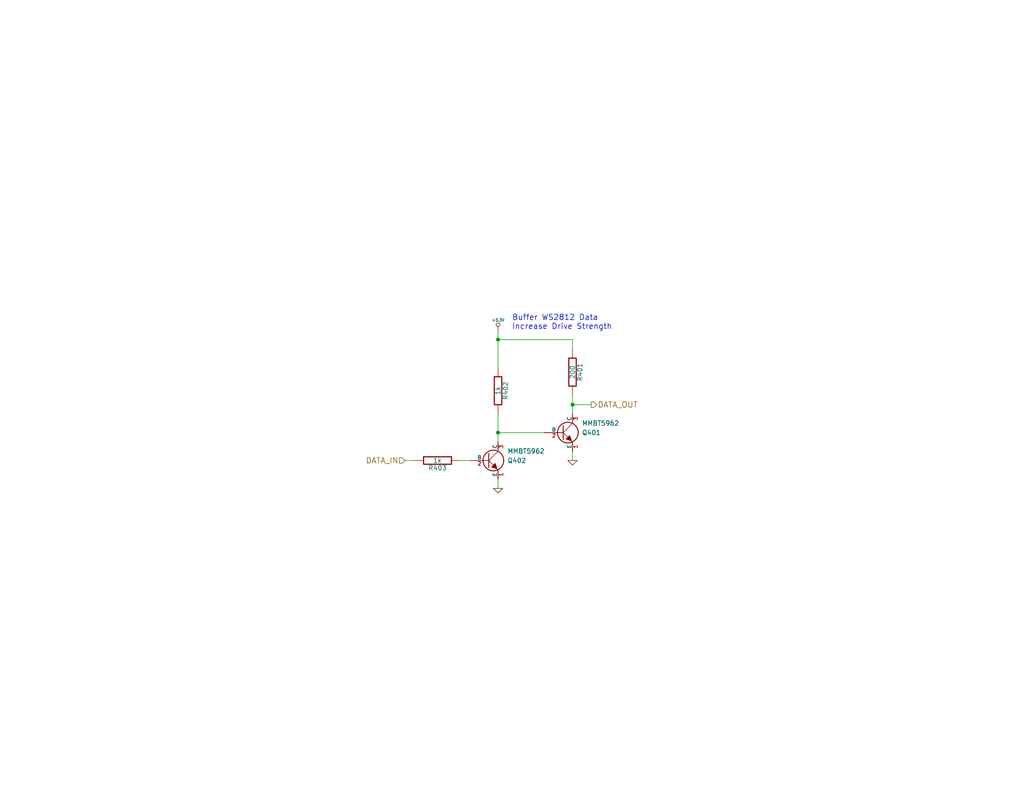
<source format=kicad_sch>
(kicad_sch (version 20211123) (generator eeschema)
  (paper "USLetter")
  (title_block (title "WS2812 Buffered Output"))
  (lib_symbols
    (symbol "robot_controller-rescue:+3.3V" (power) (pin_names (offset 0))
      (property "Value" "+3.3V" (at 0 2.794 0))
      (symbol "+3.3V_0_0"
        (pin power_in line (at 0 0 90) (length 0) hide (name "+3.3V") (number "1"))
      )
      (symbol "+3.3V_0_1"
        (polyline (pts (xy 0 0) (xy 0 1.016) (xy 0 1.016)))
        (circle (center 0 1.524) (radius 0.508))
      )
    )
    (symbol "robot_controller-rescue:GND" (power) (pin_names (offset 0))
      (symbol "GND_0_1"
        (polyline (pts (xy -1.27 0) (xy 0 -1.27) (xy 1.27 0) (xy -1.27 0)))
      )
      (symbol "GND_1_1"
        (pin power_in line (at 0 0 90) (length 0) hide (name "GND") (number "1"))
      )
    )
    (symbol "robot_controller-rescue:NPN" (pin_names (offset 0))
      (property "Reference" "Q" (at 0 -3.81 0))
      (property "Value" "NPN" (at 0 3.81 0))
      (symbol "NPN_0_1"
        (polyline (pts (xy 0 0) (xy 2.54 2.54)))
        (polyline (pts (xy 0 1.905) (xy 0 -1.905) (xy 0 -1.905)) (stroke (width 0.254)))
        (polyline (pts (xy 1.27 -1.27) (xy 0 0) (xy 0 0)))
        (polyline (pts (xy 2.286 -2.286) (xy 2.54 -2.54) (xy 2.54 -2.54)))
        (polyline (pts (xy 2.286 -2.286) (xy 1.778 -0.762) (xy 0.762 -1.778) (xy 2.286 -2.286) (xy 2.286 -2.286)) (fill (type outline)))
        (circle (center 1.27 0) (radius 2.8194) (stroke (width 0.254)))
      )
      (symbol "NPN_1_1"
        (pin passive line (at 2.54 -5.08 90) (length 2.54) (name "E") (number "1"))
        (pin input line (at -5.08 0 0) (length 5.08) (name "B") (number "2"))
        (pin passive line (at 2.54 5.08 270) (length 2.54) (name "C") (number "3"))
      )
    )
    (symbol "robot_controller-rescue:R" (pin_numbers hide) (pin_names (offset 0))
      (property "Reference" "R" (at 2.032 0 90))
      (property "Value" "R" (at 0.1778 0.0254 90))
      (symbol "R_0_1"
        (rectangle (start -1.016 3.81) (end 1.016 -3.81) (stroke (width 0.3048)))
      )
      (symbol "R_1_1"
        (pin passive line (at 0 6.35 270) (length 2.54) (name "~") (number "1"))
        (pin passive line (at 0 -6.35 90) (length 2.54) (name "~") (number "2"))
      )
    )
  )
  (junction (at 135.89 118.11))
  (junction (at 156.21 110.49))
  (junction (at 135.89 92.71))
  (wire (pts (xy 125.73 125.73) (xy 128.27 125.73)))
  (wire (pts (xy 156.21 123.19) (xy 156.21 125.73)))
  (wire (pts (xy 135.89 113.03) (xy 135.89 118.11)))
  (wire (pts (xy 156.21 110.49) (xy 161.29 110.49)))
  (wire (pts (xy 156.21 95.25) (xy 156.21 92.71)))
  (wire (pts (xy 156.21 92.71) (xy 135.89 92.71)))
  (wire (pts (xy 135.89 130.81) (xy 135.89 133.35)))
  (wire (pts (xy 110.49 125.73) (xy 113.03 125.73)))
  (wire (pts (xy 135.89 90.17) (xy 135.89 92.71)))
  (wire (pts (xy 156.21 110.49) (xy 156.21 113.03)))
  (wire (pts (xy 148.59 118.11) (xy 135.89 118.11)))
  (wire (pts (xy 135.89 118.11) (xy 135.89 120.65)))
  (wire (pts (xy 156.21 107.95) (xy 156.21 110.49)))
  (wire (pts (xy 135.89 92.71) (xy 135.89 100.33)))
  (text "Buffer WS2812 Data\nIncrease Drive Strength" (at 139.7 90.17 0) (effects (font (size 1.524 1.524)) (justify left bottom)))
  (hierarchical_label "DATA_IN" (shape input) (at 110.49 125.73 180) (effects (font (size 1.524 1.524))))
  (hierarchical_label "DATA_OUT" (shape output) (at 161.29 110.49 0) (effects (font (size 1.524 1.524))))
  (symbol (lib_id "robot_controller-rescue:NPN") (at 133.35 125.73 0)
    (property "Reference" "Q402" (at 138.43 125.73 0) (effects (justify left)))
    (property "Value" "MMBT5962" (at 138.43 123.19 0) (effects (justify left)))
    (property "Datasheet" "http://www.digikey.ca/product-detail/en/MMBT5962/MMBT5962CT-ND/4213632" (effects hide))
    (property "Digikey Number" "MMBT5962CT-ND" (effects hide))
  )
  (symbol (lib_id "robot_controller-rescue:R") (at 119.38 125.73 270)
    (property "Reference" "R403" (at 119.38 127.762 90))
    (property "Value" "1k" (at 119.38 125.73 90))
    (property "Datasheet" "http://www.digikey.ca/product-detail/en/RC1608J102CS/1276-5062-1-ND/3968034" (effects hide))
    (property "Digikey Number" "1276-5062-1-ND" (effects hide))
  )
  (symbol (lib_id "robot_controller-rescue:GND") (at 135.89 133.35 0)
    (property "Reference" "#PWR0128" (effects hide))
    (property "Value" "GND" (effects hide))
  )
  (symbol (lib_id "robot_controller-rescue:R") (at 135.89 106.68 0)
    (property "Reference" "R402" (at 137.922 106.68 90))
    (property "Value" "1k" (at 135.89 106.68 90))
    (property "Datasheet" "http://www.digikey.ca/product-detail/en/RC1608J102CS/1276-5062-1-ND/3968034" (effects hide))
    (property "Digikey Number" "1276-5062-1-ND" (effects hide))
  )
  (symbol (lib_id "robot_controller-rescue:+3.3V") (at 135.89 90.17 0)
    (property "Reference" "#PWR0129" (effects hide))
    (property "Value" "+3.3V" (at 135.89 87.376 0) (effects (font (size 0.762 0.762))))
  )
  (symbol (lib_id "robot_controller-rescue:NPN") (at 153.67 118.11 0)
    (property "Reference" "Q401" (at 158.75 118.11 0) (effects (justify left)))
    (property "Value" "MMBT5962" (at 158.75 115.57 0) (effects (justify left)))
    (property "Datasheet" "http://www.digikey.ca/product-detail/en/MMBT5962/MMBT5962CT-ND/4213632" (effects hide))
    (property "Digikey Number" "MMBT5962CT-ND" (effects hide))
  )
  (symbol (lib_id "robot_controller-rescue:GND") (at 156.21 125.73 0)
    (property "Reference" "#PWR0130" (effects hide))
    (property "Value" "GND" (effects hide))
  )
  (symbol (lib_id "robot_controller-rescue:R") (at 156.21 101.6 0)
    (property "Reference" "R401" (at 158.242 101.6 90))
    (property "Value" "200" (at 156.21 101.6 90))
    (property "Datasheet" "http://www.digikey.ca/product-detail/en/RC1608J201CS/1276-5045-1-ND/3968017" (effects hide))
    (property "Digikey Number" "1276-5045-1-ND" (effects hide))
  )
)
</source>
